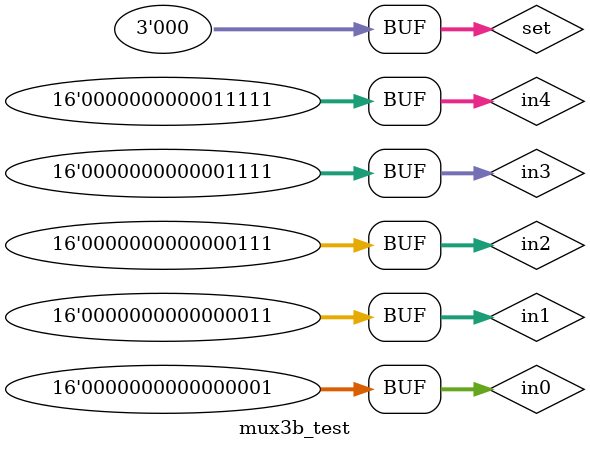
<source format=v>
`timescale 1ns / 1ps


module mux3b_test;

	// Inputs
	reg [15:0] in0;
	reg [15:0] in1;
	reg [15:0] in2;
	reg [15:0] in3;
	reg [15:0] in4;
	reg [2:0] set;

	// Outputs
	wire [15:0] out;

	// Instantiate the Unit Under Test (UUT)
	mux3b uut (
		.in0(in0), 
		.in1(in1), 
		.in2(in2), 
		.in3(in3), 
		.in4(in4), 
		.set(set), 
		.out(out)
	);

	initial begin
		// Initialize Inputs
		in0 = 0;
		in1 = 0;
		in2 = 0;
		in3 = 0;
		in4 = 0;
		set = 0;

		// Wait 100 ns for global reset to finish
		#100;
        
		// Add stimulus here
		in0 = 1;
		in1 = 3;
		in2 = 7;
		in3 = 15;
		in4 = 31;
		// Testing different set signals
		
		// set = 0
		#20
		set = 1;
		#20
		set = 2;
		#20
		set = 3;
		#20
		set = 4;
		#20
		// Should do nothing.
		set = 5;
		#20;
		// End test
		set = 0;
		#20;

		

	end
      
endmodule


</source>
